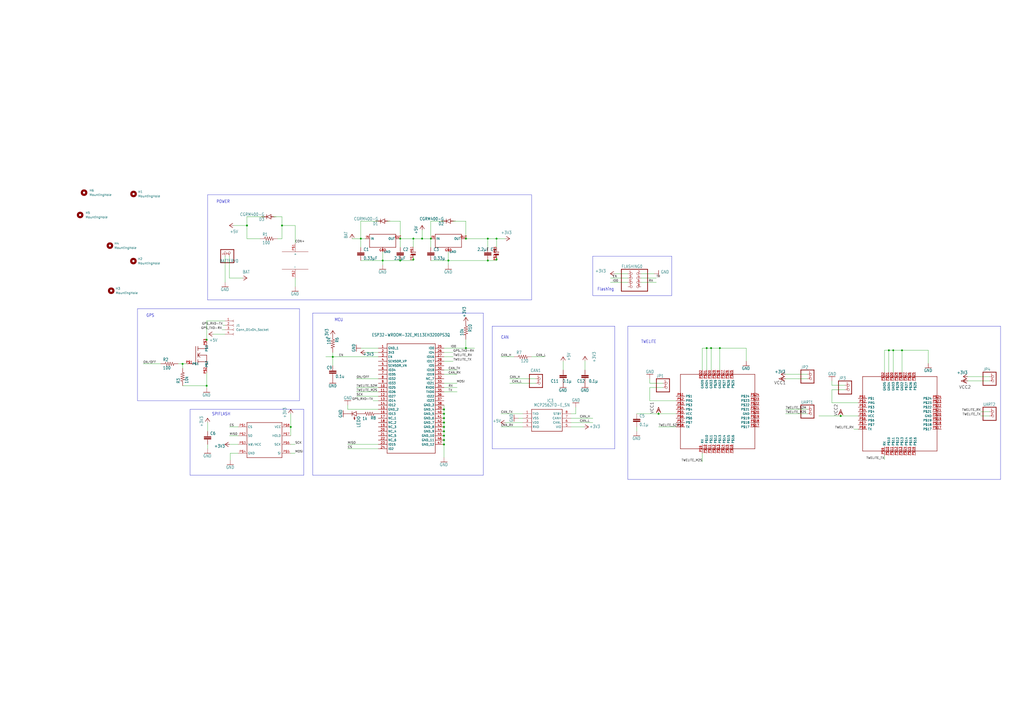
<source format=kicad_sch>
(kicad_sch (version 20231120) (generator "eeschema") (generator_version "8.0")
  (paper "A2")
  (junction (at 382.016 240.03))
  (junction (at 270.256 138.43))
  (junction (at 518.16 203.2))
  (junction (at 119.888 223.774))
  (junction (at 288.036 150.495))
  (junction (at 193.04 207.01))
  (junction (at 417.576 201.93))
  (junction (at 515.62 203.2))
  (junction (at 221.996 151.13))
  (junction (at 487.68 241.3))
  (junction (at 168.656 247.65))
  (junction (at 232.156 138.43))
  (junction (at 257.556 247.65))
  (junction (at 257.556 255.27))
  (junction (at 409.956 201.93))
  (junction (at 270.256 201.93))
  (junction (at 163.576 130.81))
  (junction (at 209.296 138.43))
  (junction (at 105.918 211.074))
  (junction (at 257.556 245.11))
  (junction (at 282.956 138.43))
  (junction (at 257.556 237.49))
  (junction (at 412.496 201.93))
  (junction (at 143.256 130.81))
  (junction (at 257.556 252.73))
  (junction (at 288.036 138.43))
  (junction (at 282.956 151.13))
  (junction (at 257.556 242.57))
  (junction (at 239.776 138.43))
  (junction (at 260.096 151.13))
  (junction (at 257.556 250.19))
  (junction (at 257.556 240.03))
  (junction (at 257.556 257.81))
  (junction (at 244.856 138.43))
  (junction (at 239.776 150.495))
  (junction (at 249.936 138.43))
  (junction (at 523.24 203.2))
  (junction (at 232.156 151.13))
  (junction (at 119.888 197.104))
  (polyline (pts (xy 173.736 232.41) (xy 173.736 179.07)) (stroke (width 0.1524) (type solid)))
  (polyline (pts (xy 173.736 179.07) (xy 79.756 179.07)) (stroke (width 0.1524) (type solid)))
  (wire (pts (xy 143.256 130.81) (xy 143.256 125.73)) (stroke (width 0.1524)))
  (wire (pts (xy 523.24 215.9) (xy 523.24 203.2)) (stroke (width 0.1524)))
  (wire (pts (xy 105.918 211.074) (xy 108.458 211.074)) (stroke (width 0.1524)))
  (wire (pts (xy 407.416 214.63) (xy 407.416 201.93)) (stroke (width 0.1524)))
  (wire (pts (xy 331.216 245.11) (xy 343.916 245.11)) (stroke (width 0.1524)))
  (polyline (pts (xy 79.756 179.07) (xy 79.756 232.41)) (stroke (width 0.1524) (type solid)))
  (wire (pts (xy 257.556 227.33) (xy 265.176 227.33)) (stroke (width 0.1524)))
  (polyline (pts (xy 308.356 113.03) (xy 120.396 113.03)) (stroke (width 0.1524) (type solid)))
  (wire (pts (xy 300.736 242.57) (xy 303.276 242.57)) (stroke (width 0.1524)))
  (wire (pts (xy 239.776 150.495) (xy 239.776 148.59)) (stroke (width 0.1524)))
  (wire (pts (xy 224.536 128.27) (xy 232.156 128.27)) (stroke (width 0.1524)))
  (wire (pts (xy 412.496 214.63) (xy 412.496 201.93)) (stroke (width 0.1524)))
  (wire (pts (xy 119.888 223.774) (xy 119.888 216.154)) (stroke (width 0.1524)))
  (polyline (pts (xy 181.356 181.61) (xy 181.356 275.59)) (stroke (width 0.1524) (type solid)))
  (wire (pts (xy 513.08 264.16) (xy 513.08 266.7)))
  (wire (pts (xy 105.918 223.774) (xy 119.888 223.774)) (stroke (width 0.1524)))
  (wire (pts (xy 432.816 201.93) (xy 432.816 209.55)) (stroke (width 0.1524)))
  (wire (pts (xy 168.656 262.89) (xy 171.196 262.89)) (stroke (width 0.1524)))
  (wire (pts (xy 409.956 201.93) (xy 412.496 201.93)) (stroke (width 0.1524)))
  (wire (pts (xy 482.6 223.52) (xy 482.6 220.98)) (stroke (width 0.1524)))
  (wire (pts (xy 93.218 211.074) (xy 83.058 211.074)) (stroke (width 0.1524)))
  (wire (pts (xy 260.096 146.05) (xy 260.096 151.13)) (stroke (width 0.1524)))
  (wire (pts (xy 515.62 203.2) (xy 518.16 203.2)) (stroke (width 0.1524)))
  (wire (pts (xy 561.34 218.44) (xy 574.04 218.44)) (stroke (width 0.1524)))
  (wire (pts (xy 257.556 245.11) (xy 257.556 247.65)) (stroke (width 0.1524)))
  (wire (pts (xy 384.556 222.25) (xy 376.936 222.25)) (stroke (width 0.1524)))
  (wire (pts (xy 392.176 247.65) (xy 382.016 247.65)) (stroke (width 0.1524)))
  (wire (pts (xy 232.156 138.43) (xy 239.776 138.43)) (stroke (width 0.1524)))
  (wire (pts (xy 257.556 207.01) (xy 262.89 207.01)))
  (wire (pts (xy 497.84 233.68) (xy 482.6 233.68)) (stroke (width 0.1524)))
  (wire (pts (xy 219.456 224.79) (xy 206.756 224.79)) (stroke (width 0.1524)))
  (polyline (pts (xy 356.616 189.23) (xy 285.496 189.23)) (stroke (width 0.1524) (type solid)))
  (wire (pts (xy 497.84 241.3) (xy 487.68 241.3)) (stroke (width 0.1524)))
  (polyline (pts (xy 285.496 189.23) (xy 285.496 260.35)) (stroke (width 0.1524) (type solid)))
  (wire (pts (xy 168.656 257.81) (xy 171.196 257.81)) (stroke (width 0.1524)))
  (wire (pts (xy 209.296 201.93) (xy 219.456 201.93)) (stroke (width 0.1524)))
  (wire (pts (xy 193.04 207.01) (xy 193.04 212.09)) (stroke (width 0.1524)))
  (wire (pts (xy 257.556 242.57) (xy 257.556 245.11)) (stroke (width 0.1524)))
  (polyline (pts (xy 110.236 275.59) (xy 176.276 275.59)) (stroke (width 0.1524) (type solid)))
  (wire (pts (xy 239.776 151.13) (xy 239.776 150.495)) (stroke (width 0.1524)))
  (wire (pts (xy 369.316 247.65) (xy 369.316 250.19)) (stroke (width 0.1524)))
  (wire (pts (xy 513.08 203.2) (xy 515.62 203.2)) (stroke (width 0.1524)))
  (wire (pts (xy 339.344 209.296) (xy 339.344 214.63)) (stroke (width 0.1524)))
  (polyline (pts (xy 364.236 278.13) (xy 580.39 278.13)) (stroke (width 0.1524) (type solid)))
  (wire (pts (xy 163.576 125.73) (xy 163.576 130.81)) (stroke (width 0.1524)))
  (wire (pts (xy 133.604 262.89) (xy 133.604 266.954)) (stroke (width 0.1524)))
  (wire (pts (xy 518.16 203.2) (xy 523.24 203.2)) (stroke (width 0.1524)))
  (wire (pts (xy 260.096 151.13) (xy 282.956 151.13)) (stroke (width 0.1524)))
  (wire (pts (xy 417.576 201.93) (xy 432.816 201.93)) (stroke (width 0.1524)))
  (wire (pts (xy 209.296 138.43) (xy 211.836 138.43)) (stroke (width 0.1524)))
  (wire (pts (xy 130.556 188.722) (xy 129.286 188.722)))
  (wire (pts (xy 257.556 204.47) (xy 262.89 204.47)))
  (wire (pts (xy 303.276 247.65) (xy 290.576 247.65)) (stroke (width 0.1524)))
  (wire (pts (xy 288.036 150.495) (xy 288.036 148.59)) (stroke (width 0.1524)))
  (wire (pts (xy 257.556 214.63) (xy 265.176 214.63)) (stroke (width 0.1524)))
  (polyline (pts (xy 389.636 171.45) (xy 389.636 148.59)) (stroke (width 0.1524) (type solid)))
  (wire (pts (xy 193.04 204.47) (xy 193.04 207.01)) (stroke (width 0.1524)))
  (wire (pts (xy 257.556 257.81) (xy 257.556 265.43)) (stroke (width 0.1524)))
  (wire (pts (xy 249.936 151.13) (xy 260.096 151.13)) (stroke (width 0.1524)))
  (wire (pts (xy 130.556 148.59) (xy 130.556 163.83)) (stroke (width 0.1524)))
  (wire (pts (xy 392.176 240.03) (xy 382.016 240.03)) (stroke (width 0.1524)))
  (wire (pts (xy 303.276 240.03) (xy 290.576 240.03)) (stroke (width 0.1524)))
  (wire (pts (xy 158.496 125.73) (xy 163.576 125.73)) (stroke (width 0.1524)))
  (wire (pts (xy 417.576 214.63) (xy 417.576 201.93)) (stroke (width 0.1524)))
  (polyline (pts (xy 343.916 148.59) (xy 343.916 171.45)) (stroke (width 0.1524) (type solid)))
  (wire (pts (xy 163.576 138.43) (xy 161.036 138.43)) (stroke (width 0.1524)))
  (wire (pts (xy 303.276 245.11) (xy 293.116 245.11)) (stroke (width 0.1524)))
  (wire (pts (xy 568.96 241.3) (xy 574.04 241.3)))
  (wire (pts (xy 249.936 143.51) (xy 249.936 138.43)) (stroke (width 0.1524)))
  (wire (pts (xy 257.556 128.27) (xy 249.936 128.27)) (stroke (width 0.1524)))
  (wire (pts (xy 257.556 247.65) (xy 257.556 250.19)) (stroke (width 0.1524)))
  (wire (pts (xy 331.216 240.03) (xy 334.01 240.03)) (stroke (width 0.1524)))
  (polyline (pts (xy 110.236 237.49) (xy 110.236 275.59)) (stroke (width 0.1524) (type solid)))
  (wire (pts (xy 193.04 207.01) (xy 188.976 207.01)) (stroke (width 0.1524)))
  (wire (pts (xy 133.096 161.29) (xy 140.716 161.29)) (stroke (width 0.1524)))
  (wire (pts (xy 270.256 196.85) (xy 270.256 201.93)) (stroke (width 0.1524)))
  (wire (pts (xy 123.698 193.802) (xy 130.556 193.802)))
  (wire (pts (xy 282.956 151.13) (xy 288.036 151.13)) (stroke (width 0.1524)))
  (wire (pts (xy 219.456 237.49) (xy 201.676 237.49)) (stroke (width 0.1524)))
  (wire (pts (xy 288.036 138.43) (xy 293.116 138.43)) (stroke (width 0.1524)))
  (wire (pts (xy 119.888 223.774) (xy 119.888 225.044)) (stroke (width 0.1524)))
  (wire (pts (xy 282.956 143.51) (xy 282.956 138.43)) (stroke (width 0.1524)))
  (wire (pts (xy 257.556 250.19) (xy 257.556 252.73)) (stroke (width 0.1524)))
  (wire (pts (xy 257.556 201.93) (xy 270.256 201.93)) (stroke (width 0.1524)))
  (wire (pts (xy 270.256 138.43) (xy 270.256 128.27)) (stroke (width 0.1524)))
  (wire (pts (xy 282.956 138.43) (xy 288.036 138.43)) (stroke (width 0.1524)))
  (wire (pts (xy 244.856 138.43) (xy 249.936 138.43)) (stroke (width 0.1524)))
  (wire (pts (xy 143.256 130.81) (xy 143.256 138.43)) (stroke (width 0.1524)))
  (wire (pts (xy 288.036 151.13) (xy 288.036 150.495)) (stroke (width 0.1524)))
  (wire (pts (xy 138.176 252.73) (xy 133.096 252.73)) (stroke (width 0.1524)))
  (wire (pts (xy 216.408 232.41) (xy 219.456 232.41)))
  (wire (pts (xy 119.888 186.182) (xy 119.888 197.104)))
  (wire (pts (xy 219.456 207.01) (xy 193.04 207.01)) (stroke (width 0.1524)))
  (polyline (pts (xy 389.636 148.59) (xy 343.916 148.59)) (stroke (width 0.1524) (type solid)))
  (wire (pts (xy 171.196 130.81) (xy 171.196 140.97)) (stroke (width 0.1524)))
  (wire (pts (xy 133.096 257.81) (xy 138.176 257.81)) (stroke (width 0.1524)))
  (wire (pts (xy 257.556 234.95) (xy 257.556 237.49)) (stroke (width 0.1524)))
  (wire (pts (xy 219.456 260.35) (xy 201.676 260.35)) (stroke (width 0.1524)))
  (wire (pts (xy 310.896 219.71) (xy 295.656 219.71)) (stroke (width 0.1524)))
  (wire (pts (xy 409.956 214.63) (xy 409.956 201.93)) (stroke (width 0.1524)))
  (wire (pts (xy 331.216 247.65) (xy 338.836 247.65)) (stroke (width 0.1524)))
  (wire (pts (xy 219.456 229.87) (xy 206.756 229.87)) (stroke (width 0.1524)))
  (wire (pts (xy 221.996 151.13) (xy 232.156 151.13)) (stroke (width 0.1524)))
  (wire (pts (xy 232.156 138.43) (xy 232.156 143.51)) (stroke (width 0.1524)))
  (wire (pts (xy 376.936 232.41) (xy 376.936 224.79)) (stroke (width 0.1524)))
  (polyline (pts (xy 280.416 181.61) (xy 181.356 181.61)) (stroke (width 0.1524) (type solid)))
  (wire (pts (xy 412.496 201.93) (xy 417.576 201.93)) (stroke (width 0.1524)))
  (wire (pts (xy 201.676 237.49) (xy 201.676 234.95)) (stroke (width 0.1524)))
  (wire (pts (xy 257.556 209.55) (xy 262.89 209.55)))
  (wire (pts (xy 221.996 151.13) (xy 221.996 153.67)) (stroke (width 0.1524)))
  (wire (pts (xy 209.296 143.51) (xy 209.296 138.43)) (stroke (width 0.1524)))
  (wire (pts (xy 130.556 191.262) (xy 128.778 191.262)))
  (wire (pts (xy 568.96 238.76) (xy 574.04 238.76)))
  (wire (pts (xy 119.888 197.104) (xy 119.888 197.358)))
  (wire (pts (xy 376.936 224.79) (xy 384.556 224.79)) (stroke (width 0.1524)))
  (wire (pts (xy 513.08 215.9) (xy 513.08 203.2)) (stroke (width 0.1524)))
  (wire (pts (xy 257.556 252.73) (xy 257.556 255.27)) (stroke (width 0.1524)))
  (wire (pts (xy 257.556 217.17) (xy 265.176 217.17)) (stroke (width 0.1524)))
  (wire (pts (xy 538.48 203.2) (xy 538.48 210.82)) (stroke (width 0.1524)))
  (wire (pts (xy 221.996 146.05) (xy 221.996 151.13)) (stroke (width 0.1524)))
  (wire (pts (xy 232.156 128.27) (xy 232.156 138.43)) (stroke (width 0.1524)))
  (polyline (pts (xy 181.356 275.59) (xy 280.416 275.59)) (stroke (width 0.1524) (type solid)))
  (wire (pts (xy 168.656 247.65) (xy 168.656 252.73)) (stroke (width 0.1524)))
  (wire (pts (xy 490.22 223.52) (xy 482.6 223.52)) (stroke (width 0.1524)))
  (polyline (pts (xy 356.616 260.35) (xy 356.616 189.23)) (stroke (width 0.1524) (type solid)))
  (wire (pts (xy 270.256 138.43) (xy 282.956 138.43)) (stroke (width 0.1524)))
  (wire (pts (xy 163.576 130.81) (xy 163.576 138.43)) (stroke (width 0.1524)))
  (wire (pts (xy 407.416 201.93) (xy 409.956 201.93)) (stroke (width 0.1524)))
  (polyline (pts (xy 120.396 113.03) (xy 120.396 173.99)) (stroke (width 0.1524) (type solid)))
  (wire (pts (xy 288.036 143.51) (xy 288.036 138.43)) (stroke (width 0.1524)))
  (wire (pts (xy 561.34 220.98) (xy 574.04 220.98)) (stroke (width 0.1524)))
  (wire (pts (xy 138.176 262.89) (xy 133.604 262.89)) (stroke (width 0.1524)))
  (polyline (pts (xy 364.236 189.23) (xy 364.236 278.13)) (stroke (width 0.1524) (type solid)))
  (polyline (pts (xy 580.39 189.23) (xy 364.236 189.23)) (stroke (width 0.1524) (type solid)))
  (wire (pts (xy 495.3 248.92) (xy 497.84 248.92)))
  (wire (pts (xy 143.256 125.73) (xy 153.416 125.73)) (stroke (width 0.1524)))
  (wire (pts (xy 380.746 161.29) (xy 371.856 161.29)) (stroke (width 0.1524)))
  (polyline (pts (xy 176.276 237.49) (xy 110.236 237.49)) (stroke (width 0.1524) (type solid)))
  (polyline (pts (xy 580.39 278.13) (xy 580.39 189.23)) (stroke (width 0.1524) (type solid)))
  (wire (pts (xy 308.356 207.01) (xy 315.976 207.01)) (stroke (width 0.1524)))
  (wire (pts (xy 380.746 163.83) (xy 371.856 163.83)) (stroke (width 0.1524)))
  (wire (pts (xy 379.476 158.75) (xy 371.856 158.75)) (stroke (width 0.1524)))
  (polyline (pts (xy 285.496 260.35) (xy 356.616 260.35)) (stroke (width 0.1524) (type solid)))
  (polyline (pts (xy 343.916 171.45) (xy 389.636 171.45)) (stroke (width 0.1524) (type solid)))
  (wire (pts (xy 518.16 215.9) (xy 518.16 203.2)) (stroke (width 0.1524)))
  (wire (pts (xy 382.016 240.03) (xy 369.316 240.03)) (stroke (width 0.1524)))
  (wire (pts (xy 163.576 130.81) (xy 171.196 130.81)) (stroke (width 0.1524)))
  (wire (pts (xy 257.556 237.49) (xy 257.556 240.03)) (stroke (width 0.1524)))
  (wire (pts (xy 257.556 222.25) (xy 265.176 222.25)))
  (wire (pts (xy 232.156 151.13) (xy 239.776 151.13)) (stroke (width 0.1524)))
  (wire (pts (xy 138.176 247.65) (xy 133.096 247.65)) (stroke (width 0.1524)))
  (wire (pts (xy 326.644 214.63) (xy 326.644 209.55)) (stroke (width 0.1524)))
  (wire (pts (xy 270.256 201.93) (xy 275.336 201.93)) (stroke (width 0.1524)))
  (wire (pts (xy 482.6 226.06) (xy 490.22 226.06)) (stroke (width 0.1524)))
  (wire (pts (xy 219.456 257.81) (xy 201.676 257.81)) (stroke (width 0.1524)))
  (wire (pts (xy 376.936 222.25) (xy 376.936 219.71)) (stroke (width 0.1524)))
  (wire (pts (xy 331.216 242.57) (xy 343.916 242.57)) (stroke (width 0.1524)))
  (wire (pts (xy 310.896 222.25) (xy 295.656 222.25)) (stroke (width 0.1524)))
  (polyline (pts (xy 280.416 275.59) (xy 280.416 181.61)) (stroke (width 0.1524) (type solid)))
  (wire (pts (xy 133.096 148.59) (xy 133.096 161.29)) (stroke (width 0.1524)))
  (wire (pts (xy 356.616 158.75) (xy 364.236 158.75)) (stroke (width 0.1524)))
  (wire (pts (xy 455.676 237.49) (xy 468.376 237.49)) (stroke (width 0.1524)))
  (wire (pts (xy 120.396 257.81) (xy 120.396 260.35)) (stroke (width 0.1524)))
  (wire (pts (xy 257.556 240.03) (xy 257.556 242.57)) (stroke (width 0.1524)))
  (wire (pts (xy 334.01 240.03) (xy 334.01 236.22)) (stroke (width 0.1524)))
  (polyline (pts (xy 120.396 173.99) (xy 308.356 173.99)) (stroke (width 0.1524) (type solid)))
  (wire (pts (xy 120.396 245.11) (xy 120.396 250.19)) (stroke (width 0.1524)))
  (wire (pts (xy 249.936 128.27) (xy 249.936 138.43)) (stroke (width 0.1524)))
  (wire (pts (xy 239.776 138.43) (xy 244.856 138.43)) (stroke (width 0.1524)))
  (wire (pts (xy 209.296 128.27) (xy 219.456 128.27)) (stroke (width 0.1524)))
  (wire (pts (xy 354.076 161.29) (xy 364.236 161.29)) (stroke (width 0.1524)))
  (wire (pts (xy 407.416 262.89) (xy 407.416 267.97)) (stroke (width 0.1524)))
  (wire (pts (xy 209.296 151.13) (xy 221.996 151.13)) (stroke (width 0.1524)))
  (wire (pts (xy 257.556 255.27) (xy 257.556 257.81)) (stroke (width 0.1524)))
  (wire (pts (xy 105.918 211.074) (xy 105.918 213.614)))
  (wire (pts (xy 130.556 186.182) (xy 119.888 186.182)))
  (wire (pts (xy 219.456 204.47) (xy 211.836 204.47)) (stroke (width 0.1524)))
  (wire (pts (xy 392.176 232.41) (xy 376.936 232.41)) (stroke (width 0.1524)))
  (wire (pts (xy 482.6 233.68) (xy 482.6 226.06)) (stroke (width 0.1524)))
  (wire (pts (xy 103.378 211.074) (xy 105.918 211.074)) (stroke (width 0.1524)))
  (wire (pts (xy 209.296 138.43) (xy 209.296 128.27)) (stroke (width 0.1524)))
  (polyline (pts (xy 176.276 275.59) (xy 176.276 237.49)) (stroke (width 0.1524) (type solid)))
  (polyline (pts (xy 79.756 232.41) (xy 173.736 232.41)) (stroke (width 0.1524) (type solid)))
  (wire (pts (xy 204.216 138.43) (xy 209.296 138.43)) (stroke (width 0.1524)))
  (polyline (pts (xy 308.356 173.99) (xy 308.356 113.03)) (stroke (width 0.1524) (type solid)))
  (wire (pts (xy 260.096 151.13) (xy 260.096 153.67)) (stroke (width 0.1524)))
  (wire (pts (xy 455.676 219.71) (xy 468.376 219.71)) (stroke (width 0.1524)))
  (wire (pts (xy 487.68 241.3) (xy 474.98 241.3)) (stroke (width 0.1524)))
  (wire (pts (xy 298.196 207.01) (xy 290.576 207.01)) (stroke (width 0.1524)))
  (wire (pts (xy 455.676 217.17) (xy 468.376 217.17)) (stroke (width 0.1524)))
  (wire (pts (xy 219.456 219.71) (xy 206.756 219.71)) (stroke (width 0.1524)))
  (wire (pts (xy 219.456 227.33) (xy 206.756 227.33)) (stroke (width 0.1524)))
  (wire (pts (xy 168.656 240.03) (xy 168.656 247.65)) (stroke (width 0.1524)))
  (wire (pts (xy 244.856 133.35) (xy 244.856 138.43)) (stroke (width 0.1524)))
  (wire (pts (xy 515.62 215.9) (xy 515.62 203.2)) (stroke (width 0.1524)))
  (wire (pts (xy 270.256 128.27) (xy 262.636 128.27)) (stroke (width 0.1524)))
  (wire (pts (xy 143.256 138.43) (xy 150.876 138.43)) (stroke (width 0.1524)))
  (wire (pts (xy 455.676 240.03) (xy 468.376 240.03)) (stroke (width 0.1524)))
  (wire (pts (xy 354.076 163.83) (xy 364.236 163.83)) (stroke (width 0.1524)))
  (wire (pts (xy 135.636 130.81) (xy 143.256 130.81)) (stroke (width 0.1524)))
  (wire (pts (xy 171.196 161.29) (xy 171.196 166.37)) (stroke (width 0.1524)))
  (wire (pts (xy 523.24 203.2) (xy 538.48 203.2)) (stroke (width 0.1524)))
  (wire (pts (xy 239.776 143.51) (xy 239.776 138.43)) (stroke (width 0.1524)))
  (wire (pts (xy 257.556 224.79) (xy 265.176 224.79)) (stroke (width 0.1524)))
  (text "TWELITE" (at 371.856 199.39 0) (effects (font (size 1.778 1.5113)) (justify left bottom)))
  (text "CAN" (at 290.576 196.85 0) (effects (font (size 1.778 1.5113)) (justify left bottom)))
  (text "GPS" (at 84.836 184.15 0) (effects (font (size 1.778 1.5113)) (justify left bottom)))
  (text "POWER" (at 125.476 118.11 0) (effects (font (size 1.778 1.5113)) (justify left bottom)))
  (text "SPIFLASH" (at 122.936 241.3 0) (effects (font (size 1.778 1.5113)) (justify left bottom)))
  (text "MCU" (at 194.056 186.69 0) (effects (font (size 1.778 1.5113)) (justify left bottom)))
  (text "Flashing" (at 346.456 168.91 0) (effects (font (size 1.778 1.5113)) (justify left bottom)))
  (label "VCC2" (at 486.41 241.3 90) (effects (font (size 1.778 1.778))))
  (label "VCC1" (at 455.93 223.52 180) (effects (font (size 1.778 1.778))))
  (label "TWELITE_M2S" (at 455.676 240.03 0) (effects (font (size 1.2446 1.2446))))
  (label "TWELITE_TX" (at 513.08 266.7 180))
  (label "GPS_RXD-TX" (at 216.408 232.41 180) (effects (font (size 1.2446 1.2446))))
  (label "MISO" (at 133.096 252.73 0) (effects (font (size 1.2446 1.2446))))
  (label "CAN_H" (at 290.576 207.01 0) (effects (font (size 1.2446 1.2446))))
  (label "ON/OFF" (at 83.058 211.074 0) (effects (font (size 1.2446 1.2446))))
  (label "TWELITE_RX" (at 495.3 248.92 180))
  (label "CS" (at 201.676 260.35 0) (effects (font (size 1.2446 1.2446))))
  (label "RX" (at 376.301 163.83 0) (effects (font (size 1.2446 1.2446))))
  (label "CON+" (at 171.196 140.97 0) (effects (font (size 1.2446 1.2446))))
  (label "TWELITE_M2S" (at 407.416 267.97 180) (effects (font (size 1.2446 1.2446))))
  (label "CS" (at 133.096 247.65 0) (effects (font (size 1.2446 1.2446))))
  (label "MOSI" (at 264.922 222.25 0) (effects (font (size 1.2446 1.2446))))
  (label "IO0" (at 261.366 201.93 0) (effects (font (size 1.2446 1.2446))))
  (label "TWELITE_TX" (at 568.96 241.3 180))
  (label "CAN_L" (at 310.896 207.01 0) (effects (font (size 1.2446 1.2446))))
  (label "GPS_RXD-TX" (at 129.286 188.722 180) (effects (font (size 1.2446 1.2446))))
  (label "ON/OFF" (at 206.756 219.71 0) (effects (font (size 1.2446 1.2446))))
  (label "CAN_RX" (at 290.576 247.65 0) (effects (font (size 1.2446 1.2446))))
  (label "CAN_TX" (at 260.096 214.63 0) (effects (font (size 1.2446 1.2446))))
  (label "TWELITE_RX" (at 262.89 207.01 0))
  (label "TX" (at 260.096 227.33 0) (effects (font (size 1.2446 1.2446))))
  (label "EN" (at 355.346 161.29 0) (effects (font (size 1.2446 1.2446))))
  (label "CAN_TX" (at 290.576 240.03 0) (effects (font (size 1.2446 1.2446))))
  (label "TWELITE_S2M" (at 382.016 247.65 0) (effects (font (size 1.2446 1.2446))))
  (label "TWELITE_RX" (at 568.96 238.76 180))
  (label "SCK" (at 171.196 257.81 0) (effects (font (size 1.2446 1.2446))))
  (label "TWELITE_TX" (at 262.89 209.55 0))
  (label "EN" (at 196.596 207.01 0) (effects (font (size 1.2446 1.2446))))
  (label "TWELITE_M2S" (at 206.756 227.33 0) (effects (font (size 1.2446 1.2446))))
  (label "TWELITE_S2M" (at 455.676 237.49 0) (effects (font (size 1.2446 1.2446))))
  (label "CAN_H" (at 336.296 242.57 0) (effects (font (size 1.2446 1.2446))))
  (label "TWELITE_S2M" (at 206.756 224.79 0) (effects (font (size 1.2446 1.2446))))
  (label "MISO" (at 201.676 257.81 0) (effects (font (size 1.2446 1.2446))))
  (label "RX" (at 260.096 224.79 0) (effects (font (size 1.2446 1.2446))))
  (label "SCK" (at 206.756 229.87 0) (effects (font (size 1.2446 1.2446))))
  (label "GPS_TXD-RX" (at 128.778 191.262 180) (effects (font (size 1.2446 1.2446))))
  (label "VCC2" (at 556.26 226.06 0) (effects (font (size 1.778 1.778))))
  (label "MOSI" (at 171.196 262.89 0) (effects (font (size 1.2446 1.2446))))
  (label "TX" (at 380.746 161.29 0) (effects (font (size 1.2446 1.2446))))
  (label "VCC1" (at 379.73 240.03 90) (effects (font (size 1.778 1.778))))
  (label "CAN_RX" (at 260.096 217.17 0) (effects (font (size 1.2446 1.2446))))
  (label "CAN_L" (at 336.296 245.11 0) (effects (font (size 1.2446 1.2446))))
  (label "GPS_TXD-RX" (at 262.89 204.47 0) (effects (font (size 1.2446 1.2446))))
  (label "CAN_L" (at 296.926 222.25 0) (effects (font (size 1.2446 1.2446))))
  (label "CAN_H" (at 295.656 219.71 0) (effects (font (size 1.2446 1.2446))))
  (label "IO0" (at 355.346 163.83 0) (effects (font (size 1.2446 1.2446))))
  (symbol (lib_id "73_COM-eagle-import:C-EUC0603") (at 282.956 146.05 0) (unit 1)
    (property "Reference" "C4" (at 284.48 145.669 0) (effects (font (size 1.778 1.5113)) (justify left bottom)))
    (property "Value" "2.2μF" (at 276.86 145.669 0) (effects (font (size 1.778 1.5113)) (justify left bottom)))
    (property "Footprint" "73_COM:C0603_334" (effects (hide yes)))
  )
  (symbol (lib_id "73_COM-eagle-import:GND") (at 482.6 218.44 180) (unit 1)
    (property "Reference" "#GND017" (effects (hide yes)))
    (property "Value" "GND" (at 485.14 215.9 0) (effects (font (size 1.778 1.5113)) (justify left bottom)))
  )
  (symbol (lib_id "Mechanical:MountingHole") (at 64.516 168.656 0) (unit 1) (exclude_from_sim yes) (in_bom no)
    (property "Reference" "H3" (at 67.056 167.3859 0) (effects (justify left)))
    (property "Value" "MountingHole" (at 67.056 169.9259 0) (effects (justify left)))
    (property "Footprint" "MountingHole:MountingHole_3mm" (effects (hide yes)))
    (property "Description" "Mounting Hole without connection" (effects (hide yes)))
  )
  (symbol (lib_id "Mechanical:MountingHole") (at 63.754 142.494 0) (unit 1) (exclude_from_sim yes) (in_bom no)
    (property "Reference" "H4" (at 66.294 141.2239 0) (effects (justify left)))
    (property "Value" "MountingHole" (at 66.294 143.7639 0) (effects (justify left)))
    (property "Footprint" "MountingHole:MountingHole_3mm" (effects (hide yes)))
    (property "Description" "Mounting Hole without connection" (effects (hide yes)))
  )
  (symbol (lib_id "73_COM-eagle-import:C-EUC0603") (at 232.156 146.05 0) (unit 1)
    (property "Reference" "C2" (at 233.68 145.669 0) (effects (font (size 1.778 1.5113)) (justify left bottom)))
    (property "Value" "2.2μF" (at 228.6 150.749 0) (effects (font (size 1.778 1.5113)) (justify left bottom)))
    (property "Footprint" "73_COM:C0603_334" (effects (hide yes)))
  )
  (symbol (lib_id "73_COM-eagle-import:UCD0J470MCL1GS") (at 239.776 146.05 0) (unit 1)
    (property "Reference" "U$4" (effects (hide yes)))
    (property "Value" "UCD0J470MCL1GS" (effects (hide yes)))
    (property "Footprint" "73_COM:UCD0J470MCL1GS" (effects (hide yes)))
  )
  (symbol (lib_id "73_COM-eagle-import:ESP32-WROOM-32E_M113EH3200PS3Q") (at 219.456 201.93 0) (unit 1)
    (property "Reference" "IC1" (effects (hide yes)))
    (property "Value" "ESP32-WROOM-32E_M113EH3200PS3Q" (at 215.646 194.31 0) (effects (font (size 1.778 1.5113)) (justify left)))
    (property "Footprint" "73_COM:ESP32WROOM32EM113EH3200PS3Q0" (effects (hide yes)))
  )
  (symbol (lib_id "73_COM-eagle-import:+3V3") (at 558.8 218.44 90) (unit 1)
    (property "Reference" "#+3V012" (effects (hide yes)))
    (property "Value" "+3V3" (at 561.34 215.138 90) (effects (font (size 1.778 1.5113)) (justify left bottom)))
  )
  (symbol (lib_id "73_COM-eagle-import:CGRM400-G") (at 260.096 128.27 180) (unit 1)
    (property "Reference" "D2" (at 257.556 128.7526 0) (effects (font (size 1.778 1.5113)) (justify left bottom)))
    (property "Value" "CGRM400-G" (at 257.556 125.9586 0) (effects (font (size 1.778 1.5113)) (justify left bottom)))
    (property "Footprint" "73_COM:SOD-123_MINI-SMA_210" (effects (hide yes)))
  )
  (symbol (lib_id "73_COM-eagle-import:GND") (at 376.936 217.17 180) (unit 1)
    (property "Reference" "#GND09" (effects (hide yes)))
    (property "Value" "GND" (at 379.476 214.63 0) (effects (font (size 1.778 1.5113)) (justify left bottom)))
  )
  (symbol (lib_id "73_COM-eagle-import:MCP2562FD-E_SN") (at 303.276 240.03 0) (unit 1)
    (property "Reference" "IC3" (at 317.246 232.41 0) (effects (font (size 1.778 1.5113)) (justify left)))
    (property "Value" "MCP2562FD-E_SN" (at 309.626 234.95 0) (effects (font (size 1.778 1.5113)) (justify left)))
    (property "Footprint" "73_COM:SOIC127P600X175-8N" (effects (hide yes)))
  )
  (symbol (lib_id "73_COM-eagle-import:VCC") (at 204.216 135.89 0) (unit 1)
    (property "Reference" "#P+01" (effects (hide yes)))
    (property "Value" "BAT" (at 201.676 138.43 90) (effects (font (size 1.778 1.5113)) (justify left bottom)))
  )
  (symbol (lib_id "73_COM-eagle-import:L2") (at 130.556 148.59 90) (unit 1)
    (property "Reference" "BATTERY0" (at 127.381 152.4 90) (effects (font (size 1.778 1.5113)) (justify right top)))
    (property "Value" "L2" (effects (hide yes)))
    (property "Footprint" "73_COM:L_2" (effects (hide yes)))
  )
  (symbol (lib_id "73_COM-eagle-import:C-EUC0603") (at 249.936 146.05 0) (unit 1)
    (property "Reference" "C3" (at 251.46 145.669 0) (effects (font (size 1.778 1.5113)) (justify left bottom)))
    (property "Value" "0.33μ" (at 251.46 150.749 0) (effects (font (size 1.778 1.5113)) (justify left bottom)))
    (property "Footprint" "73_COM:C0603_334" (effects (hide yes)))
  )
  (symbol (lib_id "73_COM-eagle-import:GND") (at 382.016 158.75 90) (unit 1)
    (property "Reference" "#GND016" (effects (hide yes)))
    (property "Value" "GND" (at 383.286 158.75 90) (effects (font (size 1.778 1.5113)) (justify right top)))
  )
  (symbol (lib_id "73_COM-eagle-import:GND") (at 369.316 252.73 0) (unit 1)
    (property "Reference" "#GND08" (effects (hide yes)))
    (property "Value" "GND" (at 366.776 255.27 0) (effects (font (size 1.778 1.5113)) (justify left bottom)))
  )
  (symbol (lib_id "Connector:Conn_01x04_Socket") (at 135.636 188.722 0) (unit 1)
    (property "Reference" "J1" (at 136.906 188.7219 0) (effects (justify left)))
    (property "Value" "Conn_01x04_Socket" (at 136.906 191.2619 0) (effects (justify left)))
    (property "Footprint" "GPS:Neo-M8N_GPS_Module" (effects (hide yes)))
    (property "Description" "Generic connector, single row, 01x04, script generated" (effects (hide yes)))
  )
  (symbol (lib_id "73_COM-eagle-import:CGRM400-G") (at 221.996 128.27 180) (unit 1)
    (property "Reference" "D1" (at 219.456 128.7526 0) (effects (font (size 1.778 1.5113)) (justify left bottom)))
    (property "Value" "CGRM400-G" (at 219.456 125.9586 0) (effects (font (size 1.778 1.5113)) (justify left bottom)))
    (property "Footprint" "73_COM:SOD-123_MINI-SMA_210" (effects (hide yes)))
  )
  (symbol (lib_id "73_COM-eagle-import:+3V3") (at 354.076 158.75 90) (unit 1)
    (property "Reference" "#+3V06" (effects (hide yes)))
    (property "Value" "+3V3" (at 351.536 156.21 90) (effects (font (size 1.778 1.5113)) (justify left bottom)))
  )
  (symbol (lib_id "73_COM-eagle-import:LITE") (at 520.7 241.3 0) (unit 1)
    (property "Reference" "U$7" (effects (hide yes)))
    (property "Value" "LITE" (effects (hide yes)))
    (property "Footprint" "73_COM:LITE" (effects (hide yes)))
  )
  (symbol (lib_id "73_COM-eagle-import:GND") (at 119.888 227.584 0) (unit 1)
    (property "Reference" "#GND015" (effects (hide yes)))
    (property "Value" "GND" (at 117.348 230.124 0) (effects (font (size 1.778 1.5113)) (justify left bottom)))
  )
  (symbol (lib_id "73_COM-eagle-import:LITE") (at 415.036 240.03 0) (unit 1)
    (property "Reference" "U$6" (effects (hide yes)))
    (property "Value" "LITE" (effects (hide yes)))
    (property "Footprint" "73_COM:LITE" (effects (hide yes)))
  )
  (symbol (lib_id "73_COM-eagle-import:UCD0J470MCL1GS") (at 288.036 146.05 0) (unit 1)
    (property "Reference" "U$3" (effects (hide yes)))
    (property "Value" "UCD0J470MCL1GS" (effects (hide yes)))
    (property "Footprint" "73_COM:UCD0J470MCL1GS" (effects (hide yes)))
  )
  (symbol (lib_id "73_COM-eagle-import:GND") (at 339.344 224.79 0) (unit 1)
    (property "Reference" "#GND026" (effects (hide yes)))
    (property "Value" "GND" (at 336.804 227.33 0) (effects (font (size 1.778 1.5113)) (justify left bottom)))
  )
  (symbol (lib_id "73_COM-eagle-import:VDD") (at 558.8 220.98 90) (unit 1)
    (property "Reference" "#VDD04" (effects (hide yes)))
    (property "Value" "VDD" (effects (hide yes)))
  )
  (symbol (lib_id "73_COM-eagle-import:PINHD-1X2") (at 492.76 226.06 0) (unit 1)
    (property "Reference" "JP3" (at 486.41 220.345 0) (effects (font (size 1.778 1.5113)) (justify left bottom)))
    (property "Value" "PINHD-1X2" (effects (hide yes)))
    (property "Footprint" "73_COM:1X02_325" (effects (hide yes)))
  )
  (symbol (lib_id "73_COM-eagle-import:VDD") (at 382.016 237.49 0) (unit 1)
    (property "Reference" "#VDD01" (effects (hide yes)))
    (property "Value" "VDD" (effects (hide yes)))
  )
  (symbol (lib_id "73_COM-eagle-import:GND") (at 133.604 269.494 0) (unit 1)
    (property "Reference" "#GND023" (effects (hide yes)))
    (property "Value" "GND" (at 131.064 272.034 0) (effects (font (size 1.778 1.5113)) (justify left bottom)))
  )
  (symbol (lib_id "73_COM-eagle-import:GND") (at 257.556 267.97 0) (unit 1)
    (property "Reference" "#GND06" (effects (hide yes)))
    (property "Value" "GND" (at 255.016 270.51 0) (effects (font (size 1.778 1.5113)) (justify left bottom)))
  )
  (symbol (lib_id "73_COM-eagle-import:GND") (at 171.196 168.91 0) (unit 1)
    (property "Reference" "#GND03" (effects (hide yes)))
    (property "Value" "GND" (at 168.656 171.45 0) (effects (font (size 1.778 1.5113)) (justify left bottom)))
  )
  (symbol (lib_id "73_COM-eagle-import:C-EUC0603") (at 209.296 146.05 0) (unit 1)
    (property "Reference" "C1" (at 210.82 145.669 0) (effects (font (size 1.778 1.5113)) (justify left bottom)))
    (property "Value" "0.33μF" (at 210.82 150.749 0) (effects (font (size 1.778 1.5113)) (justify left bottom)))
    (property "Footprint" "73_COM:C0603_334" (effects (hide yes)))
  )
  (symbol (lib_id "73_COM-eagle-import:GND") (at 334.01 233.68 180) (unit 1)
    (property "Reference" "#GND014" (effects (hide yes)))
    (property "Value" "GND" (at 336.55 231.14 0) (effects (font (size 1.778 1.5113)) (justify left bottom)))
  )
  (symbol (lib_id "73_COM-eagle-import:C-EUC0603") (at 120.396 252.73 0) (unit 1)
    (property "Reference" "C6" (at 121.92 252.349 0) (effects (font (size 1.778 1.5113)) (justify left bottom)))
    (property "Value" "C-EUC0603" (effects (hide yes)))
    (property "Footprint" "73_COM:C0603_334" (effects (hide yes)))
  )
  (symbol (lib_id "73_COM-eagle-import:VCC") (at 143.256 161.29 270) (unit 1)
    (property "Reference" "#P+04" (effects (hide yes)))
    (property "Value" "BAT" (at 140.716 158.75 90) (effects (font (size 1.778 1.5113)) (justify left bottom)))
  )
  (symbol (lib_id "73_COM-eagle-import:GND") (at 260.096 156.21 0) (unit 1)
    (property "Reference" "#GND01" (effects (hide yes)))
    (property "Value" "GND" (at 257.556 158.75 0) (effects (font (size 1.778 1.5113)) (justify left bottom)))
  )
  (symbol (lib_id "73_COM-eagle-import:+3V3") (at 339.344 206.756 0) (unit 1)
    (property "Reference" "#+3V011" (effects (hide yes)))
    (property "Value" "+3V3" (at 343.662 203.962 90) (effects (font (size 1.778 1.5113)) (justify right top)))
  )
  (symbol (lib_id "Mechanical:MountingHole") (at 48.768 111.76 0) (unit 1) (exclude_from_sim yes) (in_bom no)
    (property "Reference" "H6" (at 51.816 110.4899 0) (effects (justify left)))
    (property "Value" "MountingHole" (at 51.816 113.0299 0) (effects (justify left)))
    (property "Footprint" "MountingHole:MountingHole_6.5mm" (effects (hide yes)))
    (property "Description" "Mounting Hole without connection" (effects (hide yes)))
  )
  (symbol (lib_id "73_COM-eagle-import:+5V") (at 290.576 245.11 90) (unit 1)
    (property "Reference" "#P+06" (effects (hide yes)))
    (property "Value" "+5V" (at 285.75 245.11 90) (effects (font (size 1.778 1.5113)) (justify right top)))
  )
  (symbol (lib_id "73_COM-eagle-import:+5V") (at 326.644 207.01 0) (unit 1)
    (property "Reference" "#P+07" (effects (hide yes)))
    (property "Value" "+5V" (at 328.93 204.47 90) (effects (font (size 1.778 1.5113)) (justify right top)))
  )
  (symbol (lib_id "73_COM-eagle-import:+5V") (at 244.856 130.81 0) (unit 1)
    (property "Reference" "#P+02" (effects (hide yes)))
    (property "Value" "+5V" (at 242.316 135.89 90) (effects (font (size 1.778 1.5113)) (justify left bottom)))
  )
  (symbol (lib_id "73_COM-eagle-import:S25FL032") (at 153.416 255.27 0) (unit 1)
    (property "Reference" "U$8" (effects (hide yes)))
    (property "Value" "S25FL032" (effects (hide yes)))
    (property "Footprint" "73_COM:S25FL032" (effects (hide yes)))
  )
  (symbol (lib_id "73_COM-eagle-import:+3V3") (at 453.136 217.17 90) (unit 1)
    (property "Reference" "#+3V02" (effects (hide yes)))
    (property "Value" "+3V3" (at 455.676 214.63 90) (effects (font (size 1.778 1.5113)) (justify left bottom)))
  )
  (symbol (lib_id "73_COM-eagle-import:PINHD-1X2") (at 576.58 220.98 0) (unit 1)
    (property "Reference" "JP4" (at 570.23 215.265 0) (effects (font (size 1.778 1.5113)) (justify left bottom)))
    (property "Value" "PINHD-1X2" (effects (hide yes)))
    (property "Footprint" "73_COM:1X02_325" (effects (hide yes)))
  )
  (symbol (lib_id "73_COM-eagle-import:+3V3") (at 168.656 237.49 0) (unit 1)
    (property "Reference" "#+3V03" (effects (hide yes)))
    (property "Value" "+3V3" (at 166.116 242.57 90) (effects (font (size 1.778 1.5113)) (justify left bottom)))
  )
  (symbol (lib_id "73_COM-eagle-import:+3V3") (at 209.296 204.47 90) (unit 1)
    (property "Reference" "#+3V04" (effects (hide yes)))
    (property "Value" "+3V3" (at 216.916 204.47 90) (effects (font (size 1.778 1.5113)) (justify left bottom)))
  )
  (symbol (lib_id "73_COM-eagle-import:PINHD-1X2") (at 470.916 219.71 0) (unit 1)
    (property "Reference" "JP2" (at 464.566 213.995 0) (effects (font (size 1.778 1.5113)) (justify left bottom)))
    (property "Value" "PINHD-1X2" (effects (hide yes)))
    (property "Footprint" "73_COM:1X02_325" (effects (hide yes)))
  )
  (symbol (lib_id "73_COM-eagle-import:+3V3") (at 193.04 191.77 0) (unit 1)
    (property "Reference" "#+3V07" (effects (hide yes)))
    (property "Value" "+3V3" (at 190.5 196.85 90) (effects (font (size 1.778 1.5113)) (justify left bottom)))
  )
  (symbol (lib_id "73_COM-eagle-import:GND") (at 432.816 212.09 0) (unit 1)
    (property "Reference" "#GND04" (effects (hide yes)))
    (property "Value" "GND" (at 430.276 214.63 0) (effects (font (size 1.778 1.5113)) (justify left bottom)))
  )
  (symbol (lib_id "73_COM-eagle-import:+5V") (at 121.158 193.802 90) (unit 1)
    (property "Reference" "#P+05" (effects (hide yes)))
    (property "Value" "+5V" (at 126.238 196.342 90) (effects (font (size 1.778 1.5113)) (justify left bottom)))
  )
  (symbol (lib_id "73_COM-eagle-import:NJM2391DL1-33") (at 221.996 138.43 0) (unit 1)
    (property "Reference" "U$1" (effects (hide yes)))
    (property "Value" "NJM2391DL1-33" (effects (hide yes)))
    (property "Footprint" "73_COM:NJM2391DL1-33" (effects (hide yes)))
  )
  (symbol (lib_id "73_COM-eagle-import:CGRM400-G") (at 155.956 125.73 180) (unit 1)
    (property "Reference" "D3" (at 153.416 126.2126 0) (effects (font (size 1.778 1.5113)) (justify left bottom)))
    (property "Value" "CGRM400-G" (at 153.416 123.4186 0) (effects (font (size 1.778 1.5113)) (justify left bottom)))
    (property "Footprint" "73_COM:SOD-123_MINI-SMA_210" (effects (hide yes)))
  )
  (symbol (lib_id "73_COM-eagle-import:C-EUC0603") (at 326.644 217.17 0) (unit 1)
    (property "Reference" "C11" (at 324.104 220.091 0) (effects (font (size 1.778 1.5113)) (justify right top)))
    (property "Value" "0.1μ" (at 331.724 220.091 0) (effects (font (size 1.778 1.5113)) (justify right top)))
    (property "Footprint" "73_COM:C0603_334" (effects (hide yes)))
  )
  (symbol (lib_id "73_COM-eagle-import:+3V3") (at 270.256 184.15 0) (unit 1)
    (property "Reference" "#+3V08" (effects (hide yes)))
    (property "Value" "+3V3" (at 270.256 184.15 90) (effects (font (size 1.778 1.5113)) (justify left bottom)))
  )
  (symbol (lib_id "73_COM-eagle-import:GND") (at 221.996 156.21 0) (unit 1)
    (property "Reference" "#GND02" (effects (hide yes)))
    (property "Value" "GND" (at 219.456 158.75 0) (effects (font (size 1.778 1.5113)) (justify left bottom)))
  )
  (symbol (lib_id "73_COM-eagle-import:+3V3") (at 120.396 242.57 0) (unit 1)
    (property "Reference" "#+3V010" (effects (hide yes)))
    (property "Value" "+3V3" (at 117.856 247.65 90) (effects (font (size 1.778 1.5113)) (justify left bottom)))
  )
  (symbol (lib_id "73_COM-eagle-import:PINHD-2X4/90") (at 366.776 163.83 0) (unit 1)
    (property "Reference" "FLASHING0" (at 360.426 155.575 0) (effects (font (size 1.778 1.5113)) (justify left bottom)))
    (property "Value" "PINHD-2X4/90" (effects (hide yes)))
    (property "Footprint" "73_COM:2X04_90_325" (effects (hide yes)))
  )
  (symbol (lib_id "73_COM-eagle-import:+5V") (at 133.096 130.81 90) (unit 1)
    (property "Reference" "#P+03" (effects (hide yes)))
    (property "Value" "+5V" (at 138.176 133.35 90) (effects (font (size 1.778 1.5113)) (justify left bottom)))
  )
  (symbol (lib_name "R-US_R0603_1") (lib_id "73_COM-eagle-import:R-US_R0603") (at 105.918 218.694 90) (unit 1)
    (property "Reference" "R3" (at 104.4194 222.504 0) (effects (font (size 1.778 1.5113)) (justify left bottom)))
    (property "Value" "10k" (at 109.22 222.504 0) (effects (font (size 1.778 1.5113)) (justify left bottom)))
    (property "Footprint" "73_COM:R0603_334" (effects (hide yes)))
  )
  (symbol (lib_id "73_COM-eagle-import:VEC5R4355QG-I") (at 171.196 151.13 0) (unit 1)
    (property "Reference" "U$5" (effects (hide yes)))
    (property "Value" "VEC5R4355QG-I" (effects (hide yes)))
    (property "Footprint" "73_COM:VEC5R4355QG-I" (effects (hide yes)))
  )
  (symbol (lib_id "73_COM-eagle-import:PINHD-1X2") (at 576.58 241.3 0) (unit 1)
    (property "Reference" "UART2" (at 570.23 235.585 0) (effects (font (size 1.778 1.5113)) (justify left bottom)))
    (property "Value" "PINHD-1X2" (effects (hide yes)))
    (property "Footprint" "73_COM:1X02_325" (effects (hide yes)))
  )
  (symbol (lib_id "73_COM-eagle-import:C-EUC0603") (at 193.04 214.63 0) (unit 1)
    (property "Reference" "C9" (at 189.484 214.249 0) (effects (font (size 1.778 1.5113)) (justify left bottom)))
    (property "Value" "0.1u" (at 194.564 219.329 0) (effects (font (size 1.778 1.5113)) (justify left bottom)))
    (property "Footprint" "73_COM:C0603_334" (effects (hide yes)))
  )
  (symbol (lib_id "73_COM-eagle-import:+3V3") (at 130.556 257.81 90) (unit 1)
    (property "Reference" "#+3V09" (effects (hide yes)))
    (property "Value" "+3V3" (at 130.556 257.81 90) (effects (font (size 1.778 1.5113)) (justify left bottom)))
  )
  (symbol (lib_id "73_COM-eagle-import:+3V3") (at 341.376 247.65 270) (unit 1)
    (property "Reference" "#+3V05" (effects (hide yes)))
    (property "Value" "+3V3" (at 341.884 248.412 90) (effects (font (size 1.778 1.5113)) (justify left bottom)))
  )
  (symbol (lib_id "73_COM-eagle-import:R-US_R0603") (at 155.956 138.43 0) (unit 1)
    (property "Reference" "R1" (at 152.146 136.9314 0) (effects (font (size 1.778 1.5113)) (justify left bottom)))
    (property "Value" "100" (at 152.146 141.732 0) (effects (font (size 1.778 1.5113)) (justify left bottom)))
    (property "Footprint" "73_COM:R0603_334" (effects (hide yes)))
  )
  (symbol (lib_id "73_COM-eagle-import:GND") (at 120.396 262.89 0) (unit 1)
    (property "Reference" "#GND011" (effects (hide yes)))
    (property "Value" "GND" (at 117.856 265.43 0) (effects (font (size 1.778 1.5113)) (justify left bottom)))
  )
  (symbol (lib_id "73_COM-eagle-import:PINHD-1X2") (at 470.916 240.03 0) (unit 1)
    (property "Reference" "UART1" (at 464.566 234.315 0) (effects (font (size 1.778 1.5113)) (justify left bottom)))
    (property "Value" "PINHD-1X2" (effects (hide yes)))
    (property "Footprint" "73_COM:1X02_325" (effects (hide yes)))
  )
  (symbol (lib_id "73_COM-eagle-import:GND") (at 298.196 242.57 270) (unit 1)
    (property "Reference" "#GND013" (effects (hide yes)))
    (property "Value" "GND" (at 295.656 240.03 0) (effects (font (size 1.778 1.5113)) (justify left bottom)))
  )
  (symbol (lib_id "73_COM-eagle-import:GND") (at 130.556 166.37 0) (unit 1)
    (property "Reference" "#GND05" (effects (hide yes)))
    (property "Value" "GND" (at 128.016 168.91 0) (effects (font (size 1.778 1.5113)) (justify left bottom)))
  )
  (symbol (lib_id "73_COM-eagle-import:VDD") (at 453.136 219.71 90) (unit 1)
    (property "Reference" "#VDD02" (effects (hide yes)))
    (property "Value" "VDD" (effects (hide yes)))
  )
  (symbol (lib_id "73_COM-eagle-import:GND") (at 193.04 222.25 0) (unit 1)
    (property "Reference" "#GND022" (effects (hide yes)))
    (property "Value" "GND" (at 190.5 224.79 0) (effects (font (size 1.778 1.5113)) (justify left bottom)))
  )
  (symbol (lib_id "73_COM-eagle-import:SSM3K329R") (at 118.618 205.994 0) (unit 1)
    (property "Reference" "U$9" (effects (hide yes)))
    (property "Value" "SSM3K329R" (effects (hide yes)))
    (property "Footprint" "73_COM:SSM3K329R" (effects (hide yes)))
  )
  (symbol (lib_id "73_COM-eagle-import:GND") (at 199.136 240.03 270) (unit 1)
    (property "Reference" "#GND024" (effects (hide yes)))
    (property "Value" "GND" (at 196.596 237.49 0) (effects (font (size 1.778 1.5113)) (justify left bottom)))
  )
  (symbol (lib_id "73_COM-eagle-import:LED1608") (at 204.216 240.03 270) (unit 1)
    (property "Reference" "LED0" (at 207.01 241.3 0) (effects (font (size 1.778 1.778)) (justify left bottom)))
    (property "Value" "LED1608" (effects (hide yes)))
    (property "Footprint" "73_COM:LED1608" (effects (hide yes)))
  )
  (symbol (lib_id "73_COM-eagle-import:GND") (at 206.756 201.93 270) (unit 1)
    (property "Reference" "#GND07" (effects (hide yes)))
    (property "Value" "GND" (at 204.216 199.39 0) (effects (font (size 1.778 1.5113)) (justify left bottom)))
  )
  (symbol (lib_id "73_COM-eagle-import:NJM2391DL1-33") (at 260.096 138.43 0) (unit 1)
    (property "Reference" "U$2" (effects (hide yes)))
    (property "Value" "NJM2391DL1-33" (effects (hide yes)))
    (property "Footprint" "73_COM:NJM2391DL1-33" (effects (hide yes)))
  )
  (symbol (lib_id "73_COM-eagle-import:GND") (at 201.676 232.41 180) (unit 1)
    (property "Reference" "#GND010" (effects (hide yes)))
    (property "Value" "GND" (at 204.216 229.87 0) (effects (font (size 1.778 1.5113)) (justify left bottom)))
  )
  (symbol (lib_id "Mechanical:MountingHole") (at 46.482 124.714 0) (unit 1) (exclude_from_sim yes) (in_bom no)
    (property "Reference" "H5" (at 49.53 123.4439 0) (effects (justify left)))
    (property "Value" "MountingHole" (at 49.53 125.9839 0) (effects (justify left)))
    (property "Footprint" "MountingHole:MountingHole_6.5mm" (effects (hide yes)))
    (property "Description" "Mounting Hole without connection" (effects (hide yes)))
  )
  (symbol (lib_id "73_COM-eagle-import:R-US_R0603") (at 303.276 207.01 0) (unit 1)
    (property "Reference" "R7" (at 299.466 205.5114 0) (effects (font (size 1.778 1.5113)) (justify left bottom)))
    (property "Value" "120" (at 302.006 210.312 0) (effects (font (size 1.778 1.5113)) (justify left bottom)))
    (property "Footprint" "73_COM:R0603_334" (effects (hide yes)))
  )
  (symbol (lib_id "73_COM-eagle-import:R-US_R0603") (at 214.376 240.03 180) (unit 1)
    (property "Reference" "R8" (at 218.186 241.5286 0) (effects (font (size 1.778 1.5113)) (justify left bottom)))
    (property "Value" "1k" (at 213.106 241.808 0) (effects (font (size 1.778 1.5113)) (justify left bottom)))
    (property "Footprint" "73_COM:R0603_334" (effects (hide yes)))
  )
  (symbol (lib_id "73_COM-eagle-import:GND") (at 326.644 224.79 0) (unit 1)
    (property "Reference" "#GND012" (effects (hide yes)))
    (property "Value" "GND" (at 324.104 227.33 0) (effects (font (size 1.778 1.5113)) (justify left bottom)))
  )
  (symbol (lib_id "73_COM-eagle-import:R-US_R0603") (at 98.298 211.074 0) (unit 1)
    (property "Reference" "R2" (at 94.488 209.5754 0) (effects (font (size 1.778 1.5113)) (justify left bottom)))
    (property "Value" "100" (at 94.488 214.376 0) (effects (font (size 1.778 1.5113)) (justify left bottom)))
    (property "Footprint" "73_COM:R0603_334" (effects (hide yes)))
  )
  (symbol (lib_id "73_COM-eagle-import:L2") (at 310.896 219.71 0) (unit 1)
    (property "Reference" "CAN1" (at 307.721 215.9 0) (effects (font (size 1.778 1.5113)) (justify left bottom)))
    (property "Value" "L2" (effects (hide yes)))
    (property "Footprint" "73_COM:L_2" (effects (hide yes)))
  )
  (symbol (lib_id "73_COM-eagle-import:R-US_R0603") (at 193.04 199.39 270) (unit 1)
    (property "Reference" "R6" (at 194.5386 195.58 0) (effects (font (size 1.778 1.5113)) (justify left bottom)))
    (property "Value" "10k" (at 189.738 195.58 0) (effects (font (size 1.778 1.5113)) (justify left bottom)))
    (property "Footprint" "73_COM:R0603_334" (effects (hide yes)))
  )
  (symbol (lib_id "73_COM-eagle-import:VDD") (at 487.68 238.76 0) (unit 1)
    (property "Reference" "#VDD03" (effects (hide yes)))
    (property "Value" "VDD" (effects (hide yes)))
  )
  (symbol (lib_id "73_COM-eagle-import:R-US_R0603") (at 270.256 191.77 270) (unit 1)
    (property "Reference" "R10" (at 271.7546 187.96 0) (effects (font (size 1.778 1.5113)) (justify left bottom)))
    (property "Value" "10k" (at 266.954 190.5 0) (effects (font (size 1.778 1.5113)) (justify left bottom)))
    (property "Footprint" "73_COM:R0603_334" (effects (hide yes)))
  )
  (symbol (lib_id "73_COM-eagle-import:C-EUC0603") (at 369.316 242.57 0) (unit 1)
    (property "Reference" "C5" (at 370.84 242.189 0) (effects (font (size 1.778 1.5113)) (justify left bottom)))
    (property "Value" "0.1μ" (at 370.84 247.269 0) (effects (font (size 1.778 1.5113)) (justify left bottom)))
    (property "Footprint" "73_COM:C0603_334" (effects (hide yes)))
  )
  (symbol (lib_id "73_COM-eagle-import:PINHD-1X2") (at 387.096 224.79 0) (unit 1)
    (property "Reference" "JP1" (at 380.746 219.075 0) (effects (font (size 1.778 1.5113)) (justify left bottom)))
    (property "Value" "PINHD-1X2" (effects (hide yes)))
    (property "Footprint" "73_COM:1X02_325" (effects (hide yes)))
  )
  (symbol (lib_id "Mechanical:MountingHole") (at 77.3855 151.4536 0) (unit 1) (exclude_from_sim yes) (in_bom no)
    (property "Reference" "H2" (at 79.9255 150.1835 0) (effects (justify left)))
    (property "Value" "MountingHole" (at 79.9255 152.7235 0) (effects (justify left)))
    (property "Footprint" "MountingHole:MountingHole_3mm" (effects (hide yes)))
    (property "Description" "Mounting Hole without connection" (effects (hide yes)))
  )
  (symbol (lib_id "Mechanical:MountingHole") (at 77.47 112.522 0) (unit 1) (exclude_from_sim yes) (in_bom no)
    (property "Reference" "H1" (at 80.01 111.2519 0) (effects (justify left)))
    (property "Value" "MountingHole" (at 80.01 113.7919 0) (effects (justify left)))
    (property "Footprint" "MountingHole:MountingHole_3mm" (effects (hide yes)))
    (property "Description" "Mounting Hole without connection" (effects (hide yes)))
  )
  (symbol (lib_id "73_COM-eagle-import:+3V3") (at 295.656 138.43 270) (unit 1)
    (property "Reference" "#+3V01" (effects (hide yes)))
    (property "Value" "+3V3" (at 290.576 135.89 90) (effects (font (size 1.778 1.5113)) (justify left bottom)))
  )
  (symbol (lib_id "73_COM-eagle-import:C-EUC0603") (at 339.344 217.17 0) (unit 1)
    (property "Reference" "C12" (at 339.344 220.091 0) (effects (font (size 1.778 1.5113)) (justify right top)))
    (property "Value" "0.1μ" (at 346.964 220.091 0) (effects (font (size 1.778 1.5113)) (justify right top)))
    (property "Footprint" "73_COM:C0603_334" (effects (hide yes)))
  )
  (symbol (lib_id "73_COM-eagle-import:GND") (at 538.48 213.36 0) (unit 1)
    (property "Reference" "#GND018" (effects (hide yes)))
    (property "Value" "GND" (at 535.94 215.9 0) (effects (font (size 1.778 1.5113)) (justify left bottom)))
  )
)
</source>
